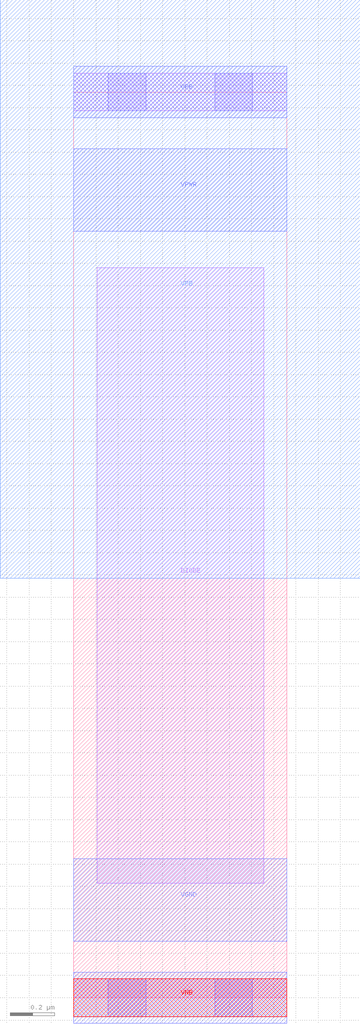
<source format=lef>
# Copyright 2020 The SkyWater PDK Authors
#
# Licensed under the Apache License, Version 2.0 (the "License");
# you may not use this file except in compliance with the License.
# You may obtain a copy of the License at
#
#     https://www.apache.org/licenses/LICENSE-2.0
#
# Unless required by applicable law or agreed to in writing, software
# distributed under the License is distributed on an "AS IS" BASIS,
# WITHOUT WARRANTIES OR CONDITIONS OF ANY KIND, either express or implied.
# See the License for the specific language governing permissions and
# limitations under the License.
#
# SPDX-License-Identifier: Apache-2.0

VERSION 5.7 ;
  NOWIREEXTENSIONATPIN ON ;
  DIVIDERCHAR "/" ;
  BUSBITCHARS "[]" ;
MACRO sky130_fd_sc_hvl__diode_2
  CLASS CORE ANTENNACELL ;
  FOREIGN sky130_fd_sc_hvl__diode_2 ;
  ORIGIN  0.000000  0.000000 ;
  SIZE  0.960000 BY  4.070000 ;
  SYMMETRY X Y ;
  SITE unithv ;
  PIN DIODE
    ANTENNADIFFAREA  0.607200 ;
    ANTENNAGATEAREA  0.607200 ;
    DIRECTION INPUT ;
    PORT
      LAYER li1 ;
        RECT 0.105000 0.515000 0.855000 3.280000 ;
    END
  END DIODE
  PIN VGND
    DIRECTION INOUT ;
    USE GROUND ;
    PORT
      LAYER met1 ;
        RECT 0.000000 0.255000 0.960000 0.625000 ;
    END
  END VGND
  PIN VNB
    DIRECTION INOUT ;
    USE GROUND ;
    PORT
      LAYER met1 ;
        RECT 0.000000 -0.115000 0.960000 0.115000 ;
      LAYER pwell ;
        RECT 0.000000 -0.085000 0.960000 0.085000 ;
    END
  END VNB
  PIN VPB
    DIRECTION INOUT ;
    USE POWER ;
    PORT
      LAYER met1 ;
        RECT 0.000000 3.955000 0.960000 4.185000 ;
      LAYER nwell ;
        RECT -0.330000 1.885000 1.290000 4.485000 ;
    END
  END VPB
  PIN VPWR
    DIRECTION INOUT ;
    USE POWER ;
    PORT
      LAYER met1 ;
        RECT 0.000000 3.445000 0.960000 3.815000 ;
    END
  END VPWR
  OBS
    LAYER li1 ;
      RECT 0.000000 -0.085000 0.960000 0.085000 ;
      RECT 0.000000  3.985000 0.960000 4.155000 ;
    LAYER mcon ;
      RECT 0.155000 -0.085000 0.325000 0.085000 ;
      RECT 0.155000  3.985000 0.325000 4.155000 ;
      RECT 0.635000 -0.085000 0.805000 0.085000 ;
      RECT 0.635000  3.985000 0.805000 4.155000 ;
  END
END sky130_fd_sc_hvl__diode_2
END LIBRARY

</source>
